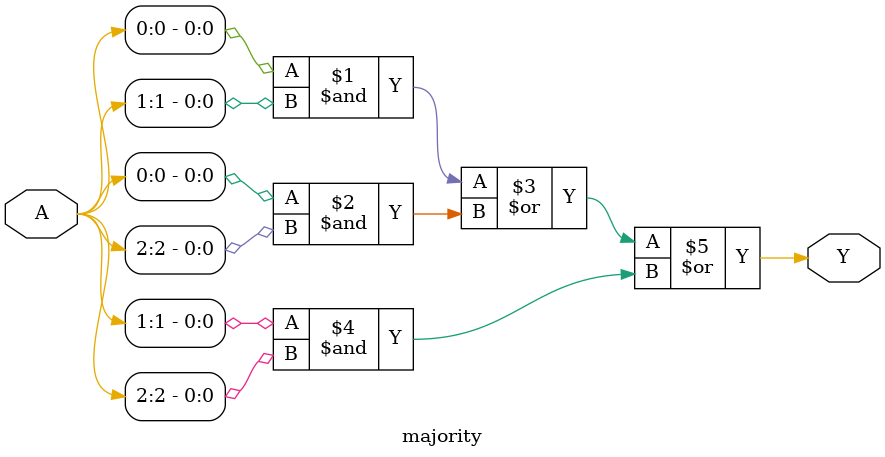
<source format=v>
module majority(A, Y);

    input [2:0] A;
    output Y;

    assign Y = (A[0] & A [1]) | (A[0] & A[2]) | (A[1] & A[2]);

endmodule


</source>
